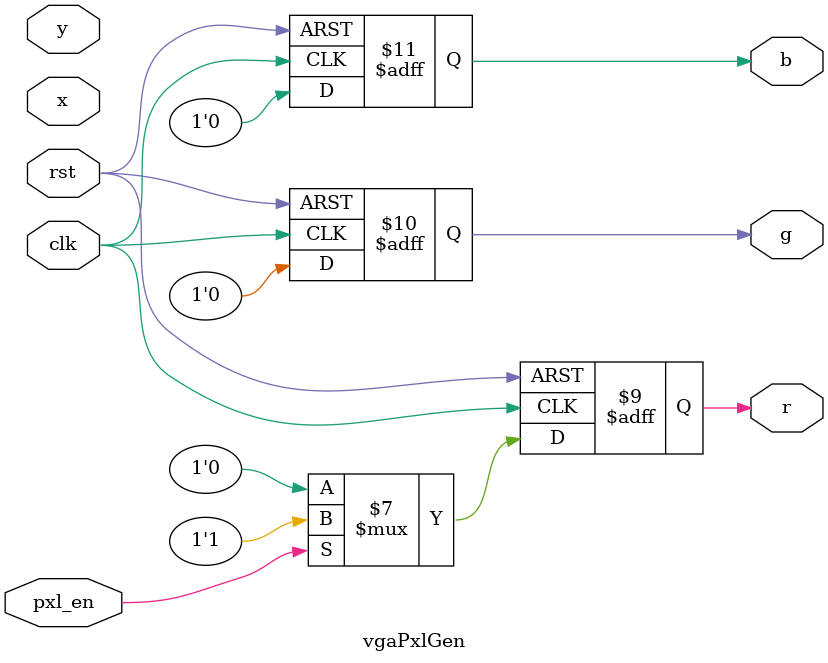
<source format=v>
module vgaPxlGen (clk, rst, pxl_en, x, y, r, g, b);

	input clk;
	input rst;
	input pxl_en;
	input [9:0]  x;
	input [10:0] y;
	
	output reg r;
	output reg g;
	output reg b;
	
	
	
	always @ (posedge clk or posedge rst) begin
		if (rst) begin
			r <= 1'b0;
			g <= 1'b0;
			b <= 1'b0;
		end else begin
			if (pxl_en) begin
				r <= 1'b1;
				g <= 1'b0;
				b <= 1'b0;
			end else begin
				r <= 1'b0;
				g <= 1'b0;
				b <= 1'b0;
			end
		end
	end
	
endmodule
</source>
